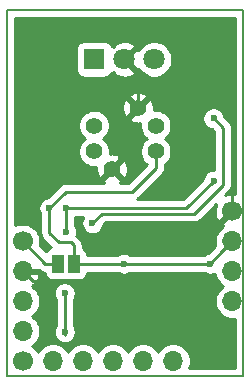
<source format=gbr>
%TF.GenerationSoftware,KiCad,Pcbnew,(5.1.7)-1*%
%TF.CreationDate,2021-03-22T16:24:13+01:00*%
%TF.ProjectId,PIR-Addon,5049522d-4164-4646-9f6e-2e6b69636164,rev?*%
%TF.SameCoordinates,Original*%
%TF.FileFunction,Copper,L2,Bot*%
%TF.FilePolarity,Positive*%
%FSLAX46Y46*%
G04 Gerber Fmt 4.6, Leading zero omitted, Abs format (unit mm)*
G04 Created by KiCad (PCBNEW (5.1.7)-1) date 2021-03-22 16:24:13*
%MOMM*%
%LPD*%
G01*
G04 APERTURE LIST*
%TA.AperFunction,Profile*%
%ADD10C,0.150000*%
%TD*%
%TA.AperFunction,ComponentPad*%
%ADD11C,1.400000*%
%TD*%
%TA.AperFunction,ComponentPad*%
%ADD12O,1.700000X1.700000*%
%TD*%
%TA.AperFunction,ComponentPad*%
%ADD13C,1.700000*%
%TD*%
%TA.AperFunction,SMDPad,CuDef*%
%ADD14R,1.000000X1.500000*%
%TD*%
%TA.AperFunction,ComponentPad*%
%ADD15R,1.800000X1.800000*%
%TD*%
%TA.AperFunction,ComponentPad*%
%ADD16C,1.800000*%
%TD*%
%TA.AperFunction,ViaPad*%
%ADD17C,0.600000*%
%TD*%
%TA.AperFunction,Conductor*%
%ADD18C,0.250000*%
%TD*%
%TA.AperFunction,Conductor*%
%ADD19C,0.254000*%
%TD*%
%TA.AperFunction,Conductor*%
%ADD20C,0.150000*%
%TD*%
G04 APERTURE END LIST*
D10*
X195000000Y-94000000D02*
X215000000Y-94000000D01*
X195000000Y-125000000D02*
X195000000Y-94000000D01*
X215000000Y-94000000D02*
X215000000Y-125000000D01*
X215000000Y-125000000D02*
X195000000Y-125000000D01*
D11*
%TO.P,A1,1*%
%TO.N,/SENS*%
X202400000Y-103800000D03*
%TO.P,A1,2*%
%TO.N,Net-(A1-Pad2)*%
X202400000Y-106000000D03*
%TO.P,A1,3*%
%TO.N,GND*%
X203900000Y-107500000D03*
%TO.P,A1,4*%
%TO.N,VCC*%
X207600000Y-106000000D03*
%TO.P,A1,5*%
%TO.N,/A2*%
X207600000Y-103800000D03*
%TO.P,A1,6*%
%TO.N,GND*%
X206100000Y-102300000D03*
%TD*%
D12*
%TO.P,P6,4*%
%TO.N,/D7*%
X214078500Y-118681500D03*
%TO.P,P6,3*%
%TO.N,/B1*%
X214078500Y-116141500D03*
%TO.P,P6,2*%
%TO.N,VCC*%
X214078500Y-113601500D03*
D13*
%TO.P,P6,1*%
%TO.N,GND*%
X214078500Y-111061500D03*
%TD*%
D12*
%TO.P,P2,6*%
%TO.N,/D6*%
X209078000Y-123738500D03*
%TO.P,P2,5*%
%TO.N,/D3*%
X206538000Y-123738500D03*
%TO.P,P2,4*%
%TO.N,/A5*%
X203998000Y-123738500D03*
%TO.P,P2,3*%
%TO.N,/A4*%
X201458000Y-123738500D03*
%TO.P,P2,2*%
%TO.N,/A3*%
X198918000Y-123738500D03*
D13*
%TO.P,P2,1*%
%TO.N,/A2*%
X196378000Y-123738500D03*
%TD*%
D12*
%TO.P,P1,4*%
%TO.N,/A1*%
X196358500Y-121221500D03*
%TO.P,P1,3*%
%TO.N,/A0*%
X196358500Y-118681500D03*
%TO.P,P1,2*%
%TO.N,GND*%
X196358500Y-116141500D03*
D13*
%TO.P,P1,1*%
%TO.N,/Vin*%
X196358500Y-113601500D03*
%TD*%
D14*
%TO.P,JP1,2*%
%TO.N,VCC*%
X200650000Y-115500000D03*
%TO.P,JP1,1*%
%TO.N,/Vin*%
X199350000Y-115500000D03*
%TD*%
D15*
%TO.P,D1,1*%
%TO.N,Net-(D1-Pad1)*%
X202400000Y-98200000D03*
D16*
%TO.P,D1,2*%
%TO.N,GND*%
X204940000Y-98200000D03*
%TO.P,D1,3*%
%TO.N,Net-(D1-Pad3)*%
X207480000Y-98200000D03*
%TD*%
D17*
%TO.N,/A4*%
X212500000Y-103200000D03*
%TO.N,/A5*%
X212500000Y-108500000D03*
%TO.N,VCC*%
X198600000Y-110800000D03*
%TO.N,/A5*%
X200000000Y-112800000D03*
X199900000Y-121300000D03*
X199900000Y-118000000D03*
%TO.N,VCC*%
X204900000Y-115500000D03*
X212200000Y-115500000D03*
%TO.N,GND*%
X210200000Y-96600000D03*
X205900000Y-114300000D03*
X205900000Y-117000000D03*
%TO.N,/A4*%
X202250000Y-112050000D03*
%TO.N,/A5*%
X200000000Y-110800000D03*
%TD*%
D18*
%TO.N,VCC*%
X213977000Y-113500000D02*
X214078500Y-113601500D01*
X213080000Y-114600000D02*
X214078500Y-113601500D01*
X212180000Y-115500000D02*
X214078500Y-113601500D01*
X200650000Y-115500000D02*
X212180000Y-115500000D01*
X198600000Y-112914998D02*
X199385002Y-113700000D01*
X198600000Y-110800000D02*
X198600000Y-112914998D01*
X199385002Y-113700000D02*
X200400000Y-113700000D01*
X200650000Y-113950000D02*
X200650000Y-115500000D01*
X200400000Y-113700000D02*
X200650000Y-113950000D01*
X198600000Y-110800000D02*
X200000000Y-109400000D01*
X200000000Y-109400000D02*
X205600000Y-109400000D01*
X207600000Y-107400000D02*
X207600000Y-106000000D01*
X205600000Y-109400000D02*
X207600000Y-107400000D01*
%TO.N,GND*%
X206100000Y-102300000D02*
X204500000Y-103900000D01*
X204500000Y-106900000D02*
X203900000Y-107500000D01*
X204500000Y-103900000D02*
X204500000Y-106900000D01*
X206100000Y-99360000D02*
X204940000Y-98200000D01*
X206100000Y-102300000D02*
X206100000Y-99360000D01*
X204940000Y-98200000D02*
X206540000Y-96600000D01*
X206540000Y-96600000D02*
X210200000Y-96600000D01*
X210200000Y-96600000D02*
X213300000Y-96600000D01*
X214078500Y-97378500D02*
X214078500Y-111061500D01*
X213300000Y-96600000D02*
X214078500Y-97378500D01*
X197217000Y-117000000D02*
X196358500Y-116141500D01*
X205900000Y-117000000D02*
X197217000Y-117000000D01*
%TO.N,/A4*%
X213300000Y-104000000D02*
X212500000Y-103200000D01*
X213300000Y-108800000D02*
X213300000Y-104000000D01*
X210849990Y-111250010D02*
X213300000Y-108800000D01*
X203049990Y-111250010D02*
X210849990Y-111250010D01*
X202250000Y-112050000D02*
X203049990Y-111250010D01*
%TO.N,/A5*%
X199900000Y-121500000D02*
X199900000Y-118000000D01*
X200000000Y-112800000D02*
X200000000Y-110800000D01*
X210200000Y-110800000D02*
X212500000Y-108500000D01*
X200000000Y-110800000D02*
X210200000Y-110800000D01*
%TO.N,/Vin*%
X198257000Y-115500000D02*
X199350000Y-115500000D01*
X196358500Y-113601500D02*
X198257000Y-115500000D01*
%TD*%
D19*
%TO.N,GND*%
X196485500Y-116014500D02*
X197678655Y-116014500D01*
X197684887Y-116002690D01*
X197693205Y-116011008D01*
X197716999Y-116040001D01*
X197745992Y-116063795D01*
X197745996Y-116063799D01*
X197785268Y-116096028D01*
X197832724Y-116134974D01*
X197964753Y-116205546D01*
X198108014Y-116249003D01*
X198212847Y-116259328D01*
X198224188Y-116374482D01*
X198260498Y-116494180D01*
X198319463Y-116604494D01*
X198398815Y-116701185D01*
X198495506Y-116780537D01*
X198605820Y-116839502D01*
X198725518Y-116875812D01*
X198850000Y-116888072D01*
X199850000Y-116888072D01*
X199974482Y-116875812D01*
X200000000Y-116868071D01*
X200025518Y-116875812D01*
X200150000Y-116888072D01*
X201150000Y-116888072D01*
X201274482Y-116875812D01*
X201394180Y-116839502D01*
X201504494Y-116780537D01*
X201601185Y-116701185D01*
X201680537Y-116604494D01*
X201739502Y-116494180D01*
X201775812Y-116374482D01*
X201787087Y-116260000D01*
X204354465Y-116260000D01*
X204457111Y-116328586D01*
X204627271Y-116399068D01*
X204807911Y-116435000D01*
X204992089Y-116435000D01*
X205172729Y-116399068D01*
X205342889Y-116328586D01*
X205445535Y-116260000D01*
X211654465Y-116260000D01*
X211757111Y-116328586D01*
X211927271Y-116399068D01*
X212107911Y-116435000D01*
X212292089Y-116435000D01*
X212472729Y-116399068D01*
X212604762Y-116344379D01*
X212650568Y-116574658D01*
X212762510Y-116844911D01*
X212925025Y-117088132D01*
X213131868Y-117294975D01*
X213306260Y-117411500D01*
X213131868Y-117528025D01*
X212925025Y-117734868D01*
X212762510Y-117978089D01*
X212650568Y-118248342D01*
X212593500Y-118535240D01*
X212593500Y-118827760D01*
X212650568Y-119114658D01*
X212762510Y-119384911D01*
X212925025Y-119628132D01*
X213131868Y-119834975D01*
X213375089Y-119997490D01*
X213645342Y-120109432D01*
X213932240Y-120166500D01*
X214224760Y-120166500D01*
X214290001Y-120153523D01*
X214290001Y-124290000D01*
X210456913Y-124290000D01*
X210505932Y-124171658D01*
X210563000Y-123884760D01*
X210563000Y-123592240D01*
X210505932Y-123305342D01*
X210393990Y-123035089D01*
X210231475Y-122791868D01*
X210024632Y-122585025D01*
X209781411Y-122422510D01*
X209511158Y-122310568D01*
X209224260Y-122253500D01*
X208931740Y-122253500D01*
X208644842Y-122310568D01*
X208374589Y-122422510D01*
X208131368Y-122585025D01*
X207924525Y-122791868D01*
X207808000Y-122966260D01*
X207691475Y-122791868D01*
X207484632Y-122585025D01*
X207241411Y-122422510D01*
X206971158Y-122310568D01*
X206684260Y-122253500D01*
X206391740Y-122253500D01*
X206104842Y-122310568D01*
X205834589Y-122422510D01*
X205591368Y-122585025D01*
X205384525Y-122791868D01*
X205268000Y-122966260D01*
X205151475Y-122791868D01*
X204944632Y-122585025D01*
X204701411Y-122422510D01*
X204431158Y-122310568D01*
X204144260Y-122253500D01*
X203851740Y-122253500D01*
X203564842Y-122310568D01*
X203294589Y-122422510D01*
X203051368Y-122585025D01*
X202844525Y-122791868D01*
X202728000Y-122966260D01*
X202611475Y-122791868D01*
X202404632Y-122585025D01*
X202161411Y-122422510D01*
X201891158Y-122310568D01*
X201604260Y-122253500D01*
X201311740Y-122253500D01*
X201024842Y-122310568D01*
X200754589Y-122422510D01*
X200511368Y-122585025D01*
X200304525Y-122791868D01*
X200188000Y-122966260D01*
X200071475Y-122791868D01*
X199864632Y-122585025D01*
X199621411Y-122422510D01*
X199351158Y-122310568D01*
X199064260Y-122253500D01*
X198771740Y-122253500D01*
X198484842Y-122310568D01*
X198214589Y-122422510D01*
X197971368Y-122585025D01*
X197764525Y-122791868D01*
X197648000Y-122966260D01*
X197531475Y-122791868D01*
X197324632Y-122585025D01*
X197157701Y-122473485D01*
X197305132Y-122374975D01*
X197511975Y-122168132D01*
X197674490Y-121924911D01*
X197786432Y-121654658D01*
X197843500Y-121367760D01*
X197843500Y-121075240D01*
X197786432Y-120788342D01*
X197674490Y-120518089D01*
X197511975Y-120274868D01*
X197305132Y-120068025D01*
X197130740Y-119951500D01*
X197305132Y-119834975D01*
X197511975Y-119628132D01*
X197674490Y-119384911D01*
X197786432Y-119114658D01*
X197843500Y-118827760D01*
X197843500Y-118535240D01*
X197786432Y-118248342D01*
X197674490Y-117978089D01*
X197627599Y-117907911D01*
X198965000Y-117907911D01*
X198965000Y-118092089D01*
X199000932Y-118272729D01*
X199071414Y-118442889D01*
X199140001Y-118545537D01*
X199140000Y-120754464D01*
X199071414Y-120857111D01*
X199000932Y-121027271D01*
X198965000Y-121207911D01*
X198965000Y-121392089D01*
X199000932Y-121572729D01*
X199071414Y-121742889D01*
X199173738Y-121896028D01*
X199303972Y-122026262D01*
X199457111Y-122128586D01*
X199486710Y-122140846D01*
X199607753Y-122205546D01*
X199751014Y-122249003D01*
X199900000Y-122263677D01*
X200048985Y-122249003D01*
X200192246Y-122205546D01*
X200313286Y-122140848D01*
X200342889Y-122128586D01*
X200496028Y-122026262D01*
X200626262Y-121896028D01*
X200728586Y-121742889D01*
X200799068Y-121572729D01*
X200835000Y-121392089D01*
X200835000Y-121207911D01*
X200799068Y-121027271D01*
X200728586Y-120857111D01*
X200660000Y-120754465D01*
X200660000Y-118545535D01*
X200728586Y-118442889D01*
X200799068Y-118272729D01*
X200835000Y-118092089D01*
X200835000Y-117907911D01*
X200799068Y-117727271D01*
X200728586Y-117557111D01*
X200626262Y-117403972D01*
X200496028Y-117273738D01*
X200342889Y-117171414D01*
X200172729Y-117100932D01*
X199992089Y-117065000D01*
X199807911Y-117065000D01*
X199627271Y-117100932D01*
X199457111Y-117171414D01*
X199303972Y-117273738D01*
X199173738Y-117403972D01*
X199071414Y-117557111D01*
X199000932Y-117727271D01*
X198965000Y-117907911D01*
X197627599Y-117907911D01*
X197511975Y-117734868D01*
X197305132Y-117528025D01*
X197122966Y-117406305D01*
X197239855Y-117336678D01*
X197456088Y-117141769D01*
X197630141Y-116908420D01*
X197755325Y-116645599D01*
X197799976Y-116498390D01*
X197678655Y-116268500D01*
X196485500Y-116268500D01*
X196485500Y-116288500D01*
X196231500Y-116288500D01*
X196231500Y-116268500D01*
X196211500Y-116268500D01*
X196211500Y-116014500D01*
X196231500Y-116014500D01*
X196231500Y-115994500D01*
X196485500Y-115994500D01*
X196485500Y-116014500D01*
%TA.AperFunction,Conductor*%
D20*
G36*
X196485500Y-116014500D02*
G01*
X197678655Y-116014500D01*
X197684887Y-116002690D01*
X197693205Y-116011008D01*
X197716999Y-116040001D01*
X197745992Y-116063795D01*
X197745996Y-116063799D01*
X197785268Y-116096028D01*
X197832724Y-116134974D01*
X197964753Y-116205546D01*
X198108014Y-116249003D01*
X198212847Y-116259328D01*
X198224188Y-116374482D01*
X198260498Y-116494180D01*
X198319463Y-116604494D01*
X198398815Y-116701185D01*
X198495506Y-116780537D01*
X198605820Y-116839502D01*
X198725518Y-116875812D01*
X198850000Y-116888072D01*
X199850000Y-116888072D01*
X199974482Y-116875812D01*
X200000000Y-116868071D01*
X200025518Y-116875812D01*
X200150000Y-116888072D01*
X201150000Y-116888072D01*
X201274482Y-116875812D01*
X201394180Y-116839502D01*
X201504494Y-116780537D01*
X201601185Y-116701185D01*
X201680537Y-116604494D01*
X201739502Y-116494180D01*
X201775812Y-116374482D01*
X201787087Y-116260000D01*
X204354465Y-116260000D01*
X204457111Y-116328586D01*
X204627271Y-116399068D01*
X204807911Y-116435000D01*
X204992089Y-116435000D01*
X205172729Y-116399068D01*
X205342889Y-116328586D01*
X205445535Y-116260000D01*
X211654465Y-116260000D01*
X211757111Y-116328586D01*
X211927271Y-116399068D01*
X212107911Y-116435000D01*
X212292089Y-116435000D01*
X212472729Y-116399068D01*
X212604762Y-116344379D01*
X212650568Y-116574658D01*
X212762510Y-116844911D01*
X212925025Y-117088132D01*
X213131868Y-117294975D01*
X213306260Y-117411500D01*
X213131868Y-117528025D01*
X212925025Y-117734868D01*
X212762510Y-117978089D01*
X212650568Y-118248342D01*
X212593500Y-118535240D01*
X212593500Y-118827760D01*
X212650568Y-119114658D01*
X212762510Y-119384911D01*
X212925025Y-119628132D01*
X213131868Y-119834975D01*
X213375089Y-119997490D01*
X213645342Y-120109432D01*
X213932240Y-120166500D01*
X214224760Y-120166500D01*
X214290001Y-120153523D01*
X214290001Y-124290000D01*
X210456913Y-124290000D01*
X210505932Y-124171658D01*
X210563000Y-123884760D01*
X210563000Y-123592240D01*
X210505932Y-123305342D01*
X210393990Y-123035089D01*
X210231475Y-122791868D01*
X210024632Y-122585025D01*
X209781411Y-122422510D01*
X209511158Y-122310568D01*
X209224260Y-122253500D01*
X208931740Y-122253500D01*
X208644842Y-122310568D01*
X208374589Y-122422510D01*
X208131368Y-122585025D01*
X207924525Y-122791868D01*
X207808000Y-122966260D01*
X207691475Y-122791868D01*
X207484632Y-122585025D01*
X207241411Y-122422510D01*
X206971158Y-122310568D01*
X206684260Y-122253500D01*
X206391740Y-122253500D01*
X206104842Y-122310568D01*
X205834589Y-122422510D01*
X205591368Y-122585025D01*
X205384525Y-122791868D01*
X205268000Y-122966260D01*
X205151475Y-122791868D01*
X204944632Y-122585025D01*
X204701411Y-122422510D01*
X204431158Y-122310568D01*
X204144260Y-122253500D01*
X203851740Y-122253500D01*
X203564842Y-122310568D01*
X203294589Y-122422510D01*
X203051368Y-122585025D01*
X202844525Y-122791868D01*
X202728000Y-122966260D01*
X202611475Y-122791868D01*
X202404632Y-122585025D01*
X202161411Y-122422510D01*
X201891158Y-122310568D01*
X201604260Y-122253500D01*
X201311740Y-122253500D01*
X201024842Y-122310568D01*
X200754589Y-122422510D01*
X200511368Y-122585025D01*
X200304525Y-122791868D01*
X200188000Y-122966260D01*
X200071475Y-122791868D01*
X199864632Y-122585025D01*
X199621411Y-122422510D01*
X199351158Y-122310568D01*
X199064260Y-122253500D01*
X198771740Y-122253500D01*
X198484842Y-122310568D01*
X198214589Y-122422510D01*
X197971368Y-122585025D01*
X197764525Y-122791868D01*
X197648000Y-122966260D01*
X197531475Y-122791868D01*
X197324632Y-122585025D01*
X197157701Y-122473485D01*
X197305132Y-122374975D01*
X197511975Y-122168132D01*
X197674490Y-121924911D01*
X197786432Y-121654658D01*
X197843500Y-121367760D01*
X197843500Y-121075240D01*
X197786432Y-120788342D01*
X197674490Y-120518089D01*
X197511975Y-120274868D01*
X197305132Y-120068025D01*
X197130740Y-119951500D01*
X197305132Y-119834975D01*
X197511975Y-119628132D01*
X197674490Y-119384911D01*
X197786432Y-119114658D01*
X197843500Y-118827760D01*
X197843500Y-118535240D01*
X197786432Y-118248342D01*
X197674490Y-117978089D01*
X197627599Y-117907911D01*
X198965000Y-117907911D01*
X198965000Y-118092089D01*
X199000932Y-118272729D01*
X199071414Y-118442889D01*
X199140001Y-118545537D01*
X199140000Y-120754464D01*
X199071414Y-120857111D01*
X199000932Y-121027271D01*
X198965000Y-121207911D01*
X198965000Y-121392089D01*
X199000932Y-121572729D01*
X199071414Y-121742889D01*
X199173738Y-121896028D01*
X199303972Y-122026262D01*
X199457111Y-122128586D01*
X199486710Y-122140846D01*
X199607753Y-122205546D01*
X199751014Y-122249003D01*
X199900000Y-122263677D01*
X200048985Y-122249003D01*
X200192246Y-122205546D01*
X200313286Y-122140848D01*
X200342889Y-122128586D01*
X200496028Y-122026262D01*
X200626262Y-121896028D01*
X200728586Y-121742889D01*
X200799068Y-121572729D01*
X200835000Y-121392089D01*
X200835000Y-121207911D01*
X200799068Y-121027271D01*
X200728586Y-120857111D01*
X200660000Y-120754465D01*
X200660000Y-118545535D01*
X200728586Y-118442889D01*
X200799068Y-118272729D01*
X200835000Y-118092089D01*
X200835000Y-117907911D01*
X200799068Y-117727271D01*
X200728586Y-117557111D01*
X200626262Y-117403972D01*
X200496028Y-117273738D01*
X200342889Y-117171414D01*
X200172729Y-117100932D01*
X199992089Y-117065000D01*
X199807911Y-117065000D01*
X199627271Y-117100932D01*
X199457111Y-117171414D01*
X199303972Y-117273738D01*
X199173738Y-117403972D01*
X199071414Y-117557111D01*
X199000932Y-117727271D01*
X198965000Y-117907911D01*
X197627599Y-117907911D01*
X197511975Y-117734868D01*
X197305132Y-117528025D01*
X197122966Y-117406305D01*
X197239855Y-117336678D01*
X197456088Y-117141769D01*
X197630141Y-116908420D01*
X197755325Y-116645599D01*
X197799976Y-116498390D01*
X197678655Y-116268500D01*
X196485500Y-116268500D01*
X196485500Y-116288500D01*
X196231500Y-116288500D01*
X196231500Y-116268500D01*
X196211500Y-116268500D01*
X196211500Y-116014500D01*
X196231500Y-116014500D01*
X196231500Y-115994500D01*
X196485500Y-115994500D01*
X196485500Y-116014500D01*
G37*
%TD.AperFunction*%
D19*
X212675129Y-110554383D02*
X212603161Y-110837911D01*
X212587889Y-111130031D01*
X212629901Y-111419519D01*
X212727581Y-111695247D01*
X212801028Y-111832657D01*
X213050103Y-111910292D01*
X213898895Y-111061500D01*
X213884753Y-111047358D01*
X214064358Y-110867753D01*
X214078500Y-110881895D01*
X214092643Y-110867753D01*
X214272248Y-111047358D01*
X214258105Y-111061500D01*
X214272248Y-111075643D01*
X214092643Y-111255248D01*
X214078500Y-111241105D01*
X213229708Y-112089897D01*
X213305229Y-112332189D01*
X213131868Y-112448025D01*
X212925025Y-112654868D01*
X212762510Y-112898089D01*
X212650568Y-113168342D01*
X212593500Y-113455240D01*
X212593500Y-113747760D01*
X212637290Y-113967908D01*
X212023385Y-114581813D01*
X211927271Y-114600932D01*
X211757111Y-114671414D01*
X211654465Y-114740000D01*
X205445535Y-114740000D01*
X205342889Y-114671414D01*
X205172729Y-114600932D01*
X204992089Y-114565000D01*
X204807911Y-114565000D01*
X204627271Y-114600932D01*
X204457111Y-114671414D01*
X204354465Y-114740000D01*
X201787087Y-114740000D01*
X201775812Y-114625518D01*
X201739502Y-114505820D01*
X201680537Y-114395506D01*
X201601185Y-114298815D01*
X201504494Y-114219463D01*
X201410000Y-114168954D01*
X201410000Y-113987322D01*
X201413676Y-113949999D01*
X201410000Y-113912676D01*
X201410000Y-113912667D01*
X201399003Y-113801014D01*
X201355546Y-113657753D01*
X201284974Y-113525724D01*
X201190001Y-113409999D01*
X201161003Y-113386201D01*
X200963803Y-113189002D01*
X200940001Y-113159999D01*
X200882475Y-113112789D01*
X200899068Y-113072729D01*
X200935000Y-112892089D01*
X200935000Y-112707911D01*
X200899068Y-112527271D01*
X200828586Y-112357111D01*
X200760000Y-112254465D01*
X200760000Y-111560000D01*
X201452892Y-111560000D01*
X201421414Y-111607111D01*
X201350932Y-111777271D01*
X201315000Y-111957911D01*
X201315000Y-112142089D01*
X201350932Y-112322729D01*
X201421414Y-112492889D01*
X201523738Y-112646028D01*
X201653972Y-112776262D01*
X201807111Y-112878586D01*
X201977271Y-112949068D01*
X202157911Y-112985000D01*
X202342089Y-112985000D01*
X202522729Y-112949068D01*
X202692889Y-112878586D01*
X202846028Y-112776262D01*
X202976262Y-112646028D01*
X203078586Y-112492889D01*
X203149068Y-112322729D01*
X203173153Y-112201649D01*
X203364792Y-112010010D01*
X210812668Y-112010010D01*
X210849990Y-112013686D01*
X210887312Y-112010010D01*
X210887323Y-112010010D01*
X210998976Y-111999013D01*
X211142237Y-111955556D01*
X211274266Y-111884984D01*
X211389991Y-111790011D01*
X211413794Y-111761007D01*
X212724991Y-110449811D01*
X212675129Y-110554383D01*
%TA.AperFunction,Conductor*%
D20*
G36*
X212675129Y-110554383D02*
G01*
X212603161Y-110837911D01*
X212587889Y-111130031D01*
X212629901Y-111419519D01*
X212727581Y-111695247D01*
X212801028Y-111832657D01*
X213050103Y-111910292D01*
X213898895Y-111061500D01*
X213884753Y-111047358D01*
X214064358Y-110867753D01*
X214078500Y-110881895D01*
X214092643Y-110867753D01*
X214272248Y-111047358D01*
X214258105Y-111061500D01*
X214272248Y-111075643D01*
X214092643Y-111255248D01*
X214078500Y-111241105D01*
X213229708Y-112089897D01*
X213305229Y-112332189D01*
X213131868Y-112448025D01*
X212925025Y-112654868D01*
X212762510Y-112898089D01*
X212650568Y-113168342D01*
X212593500Y-113455240D01*
X212593500Y-113747760D01*
X212637290Y-113967908D01*
X212023385Y-114581813D01*
X211927271Y-114600932D01*
X211757111Y-114671414D01*
X211654465Y-114740000D01*
X205445535Y-114740000D01*
X205342889Y-114671414D01*
X205172729Y-114600932D01*
X204992089Y-114565000D01*
X204807911Y-114565000D01*
X204627271Y-114600932D01*
X204457111Y-114671414D01*
X204354465Y-114740000D01*
X201787087Y-114740000D01*
X201775812Y-114625518D01*
X201739502Y-114505820D01*
X201680537Y-114395506D01*
X201601185Y-114298815D01*
X201504494Y-114219463D01*
X201410000Y-114168954D01*
X201410000Y-113987322D01*
X201413676Y-113949999D01*
X201410000Y-113912676D01*
X201410000Y-113912667D01*
X201399003Y-113801014D01*
X201355546Y-113657753D01*
X201284974Y-113525724D01*
X201190001Y-113409999D01*
X201161003Y-113386201D01*
X200963803Y-113189002D01*
X200940001Y-113159999D01*
X200882475Y-113112789D01*
X200899068Y-113072729D01*
X200935000Y-112892089D01*
X200935000Y-112707911D01*
X200899068Y-112527271D01*
X200828586Y-112357111D01*
X200760000Y-112254465D01*
X200760000Y-111560000D01*
X201452892Y-111560000D01*
X201421414Y-111607111D01*
X201350932Y-111777271D01*
X201315000Y-111957911D01*
X201315000Y-112142089D01*
X201350932Y-112322729D01*
X201421414Y-112492889D01*
X201523738Y-112646028D01*
X201653972Y-112776262D01*
X201807111Y-112878586D01*
X201977271Y-112949068D01*
X202157911Y-112985000D01*
X202342089Y-112985000D01*
X202522729Y-112949068D01*
X202692889Y-112878586D01*
X202846028Y-112776262D01*
X202976262Y-112646028D01*
X203078586Y-112492889D01*
X203149068Y-112322729D01*
X203173153Y-112201649D01*
X203364792Y-112010010D01*
X210812668Y-112010010D01*
X210849990Y-112013686D01*
X210887312Y-112010010D01*
X210887323Y-112010010D01*
X210998976Y-111999013D01*
X211142237Y-111955556D01*
X211274266Y-111884984D01*
X211389991Y-111790011D01*
X211413794Y-111761007D01*
X212724991Y-110449811D01*
X212675129Y-110554383D01*
G37*
%TD.AperFunction*%
D19*
X214290001Y-109585529D02*
X214009969Y-109570889D01*
X213720481Y-109612901D01*
X213474901Y-109699901D01*
X213811004Y-109363798D01*
X213840001Y-109340001D01*
X213934974Y-109224276D01*
X214005546Y-109092247D01*
X214049003Y-108948986D01*
X214060000Y-108837333D01*
X214060000Y-108837324D01*
X214063676Y-108800001D01*
X214060000Y-108762678D01*
X214060000Y-104037323D01*
X214063676Y-104000000D01*
X214060000Y-103962677D01*
X214060000Y-103962667D01*
X214049003Y-103851014D01*
X214005546Y-103707753D01*
X213934974Y-103575724D01*
X213840001Y-103459999D01*
X213811002Y-103436201D01*
X213423153Y-103048351D01*
X213399068Y-102927271D01*
X213328586Y-102757111D01*
X213226262Y-102603972D01*
X213096028Y-102473738D01*
X212942889Y-102371414D01*
X212772729Y-102300932D01*
X212592089Y-102265000D01*
X212407911Y-102265000D01*
X212227271Y-102300932D01*
X212057111Y-102371414D01*
X211903972Y-102473738D01*
X211773738Y-102603972D01*
X211671414Y-102757111D01*
X211600932Y-102927271D01*
X211565000Y-103107911D01*
X211565000Y-103292089D01*
X211600932Y-103472729D01*
X211671414Y-103642889D01*
X211773738Y-103796028D01*
X211903972Y-103926262D01*
X212057111Y-104028586D01*
X212227271Y-104099068D01*
X212348351Y-104123153D01*
X212540001Y-104314803D01*
X212540000Y-107565000D01*
X212407911Y-107565000D01*
X212227271Y-107600932D01*
X212057111Y-107671414D01*
X211903972Y-107773738D01*
X211773738Y-107903972D01*
X211671414Y-108057111D01*
X211600932Y-108227271D01*
X211576847Y-108348351D01*
X209885199Y-110040000D01*
X206014873Y-110040000D01*
X206024276Y-110034974D01*
X206140001Y-109940001D01*
X206163804Y-109910997D01*
X208111004Y-107963798D01*
X208140001Y-107940001D01*
X208201531Y-107865027D01*
X208234974Y-107824277D01*
X208305546Y-107692247D01*
X208309381Y-107679605D01*
X208349003Y-107548986D01*
X208360000Y-107437333D01*
X208360000Y-107437324D01*
X208363676Y-107400001D01*
X208360000Y-107362678D01*
X208360000Y-107097775D01*
X208451013Y-107036962D01*
X208636962Y-106851013D01*
X208783061Y-106632359D01*
X208883696Y-106389405D01*
X208935000Y-106131486D01*
X208935000Y-105868514D01*
X208883696Y-105610595D01*
X208783061Y-105367641D01*
X208636962Y-105148987D01*
X208451013Y-104963038D01*
X208356669Y-104900000D01*
X208451013Y-104836962D01*
X208636962Y-104651013D01*
X208783061Y-104432359D01*
X208883696Y-104189405D01*
X208935000Y-103931486D01*
X208935000Y-103668514D01*
X208883696Y-103410595D01*
X208783061Y-103167641D01*
X208636962Y-102948987D01*
X208451013Y-102763038D01*
X208232359Y-102616939D01*
X207989405Y-102516304D01*
X207731486Y-102465000D01*
X207468514Y-102465000D01*
X207428839Y-102472892D01*
X207439390Y-102225527D01*
X207399125Y-101965656D01*
X207308935Y-101718634D01*
X207255037Y-101617797D01*
X207021269Y-101558336D01*
X206279605Y-102300000D01*
X206293748Y-102314143D01*
X206114143Y-102493748D01*
X206100000Y-102479605D01*
X205358336Y-103221269D01*
X205417797Y-103455037D01*
X205656242Y-103565934D01*
X205911740Y-103628183D01*
X206174473Y-103639390D01*
X206273856Y-103623991D01*
X206265000Y-103668514D01*
X206265000Y-103931486D01*
X206316304Y-104189405D01*
X206416939Y-104432359D01*
X206563038Y-104651013D01*
X206748987Y-104836962D01*
X206843331Y-104900000D01*
X206748987Y-104963038D01*
X206563038Y-105148987D01*
X206416939Y-105367641D01*
X206316304Y-105610595D01*
X206265000Y-105868514D01*
X206265000Y-106131486D01*
X206316304Y-106389405D01*
X206416939Y-106632359D01*
X206563038Y-106851013D01*
X206748987Y-107036962D01*
X206832461Y-107092737D01*
X205285199Y-108640000D01*
X204586028Y-108640000D01*
X204641664Y-108421269D01*
X203900000Y-107679605D01*
X203158336Y-108421269D01*
X203213972Y-108640000D01*
X200037322Y-108640000D01*
X200000000Y-108636324D01*
X199962677Y-108640000D01*
X199962667Y-108640000D01*
X199851014Y-108650997D01*
X199707753Y-108694454D01*
X199575723Y-108765026D01*
X199498767Y-108828183D01*
X199459999Y-108859999D01*
X199436201Y-108888997D01*
X198448351Y-109876847D01*
X198327271Y-109900932D01*
X198157111Y-109971414D01*
X198003972Y-110073738D01*
X197873738Y-110203972D01*
X197771414Y-110357111D01*
X197700932Y-110527271D01*
X197665000Y-110707911D01*
X197665000Y-110892089D01*
X197700932Y-111072729D01*
X197771414Y-111242889D01*
X197840000Y-111345536D01*
X197840001Y-112877666D01*
X197836324Y-112914998D01*
X197850998Y-113063983D01*
X197894454Y-113207244D01*
X197965026Y-113339274D01*
X198021226Y-113407753D01*
X198060000Y-113454999D01*
X198088997Y-113478797D01*
X198733592Y-114123393D01*
X198725518Y-114124188D01*
X198605820Y-114160498D01*
X198495506Y-114219463D01*
X198398815Y-114298815D01*
X198319463Y-114395506D01*
X198287363Y-114455560D01*
X197799710Y-113967908D01*
X197843500Y-113747760D01*
X197843500Y-113455240D01*
X197786432Y-113168342D01*
X197674490Y-112898089D01*
X197511975Y-112654868D01*
X197305132Y-112448025D01*
X197061911Y-112285510D01*
X196791658Y-112173568D01*
X196504760Y-112116500D01*
X196212240Y-112116500D01*
X195925342Y-112173568D01*
X195710000Y-112262765D01*
X195710000Y-103668514D01*
X201065000Y-103668514D01*
X201065000Y-103931486D01*
X201116304Y-104189405D01*
X201216939Y-104432359D01*
X201363038Y-104651013D01*
X201548987Y-104836962D01*
X201643331Y-104900000D01*
X201548987Y-104963038D01*
X201363038Y-105148987D01*
X201216939Y-105367641D01*
X201116304Y-105610595D01*
X201065000Y-105868514D01*
X201065000Y-106131486D01*
X201116304Y-106389405D01*
X201216939Y-106632359D01*
X201363038Y-106851013D01*
X201548987Y-107036962D01*
X201767641Y-107183061D01*
X202010595Y-107283696D01*
X202268514Y-107335000D01*
X202531486Y-107335000D01*
X202571161Y-107327108D01*
X202560610Y-107574473D01*
X202600875Y-107834344D01*
X202691065Y-108081366D01*
X202744963Y-108182203D01*
X202978731Y-108241664D01*
X203720395Y-107500000D01*
X204079605Y-107500000D01*
X204821269Y-108241664D01*
X205055037Y-108182203D01*
X205165934Y-107943758D01*
X205228183Y-107688260D01*
X205239390Y-107425527D01*
X205199125Y-107165656D01*
X205108935Y-106918634D01*
X205055037Y-106817797D01*
X204821269Y-106758336D01*
X204079605Y-107500000D01*
X203720395Y-107500000D01*
X203706253Y-107485858D01*
X203885858Y-107306253D01*
X203900000Y-107320395D01*
X204641664Y-106578731D01*
X204582203Y-106344963D01*
X204343758Y-106234066D01*
X204088260Y-106171817D01*
X203825527Y-106160610D01*
X203726144Y-106176009D01*
X203735000Y-106131486D01*
X203735000Y-105868514D01*
X203683696Y-105610595D01*
X203583061Y-105367641D01*
X203436962Y-105148987D01*
X203251013Y-104963038D01*
X203156669Y-104900000D01*
X203251013Y-104836962D01*
X203436962Y-104651013D01*
X203583061Y-104432359D01*
X203683696Y-104189405D01*
X203735000Y-103931486D01*
X203735000Y-103668514D01*
X203683696Y-103410595D01*
X203583061Y-103167641D01*
X203436962Y-102948987D01*
X203251013Y-102763038D01*
X203032359Y-102616939D01*
X202789405Y-102516304D01*
X202531486Y-102465000D01*
X202268514Y-102465000D01*
X202010595Y-102516304D01*
X201767641Y-102616939D01*
X201548987Y-102763038D01*
X201363038Y-102948987D01*
X201216939Y-103167641D01*
X201116304Y-103410595D01*
X201065000Y-103668514D01*
X195710000Y-103668514D01*
X195710000Y-102374473D01*
X204760610Y-102374473D01*
X204800875Y-102634344D01*
X204891065Y-102881366D01*
X204944963Y-102982203D01*
X205178731Y-103041664D01*
X205920395Y-102300000D01*
X205178731Y-101558336D01*
X204944963Y-101617797D01*
X204834066Y-101856242D01*
X204771817Y-102111740D01*
X204760610Y-102374473D01*
X195710000Y-102374473D01*
X195710000Y-101378731D01*
X205358336Y-101378731D01*
X206100000Y-102120395D01*
X206841664Y-101378731D01*
X206782203Y-101144963D01*
X206543758Y-101034066D01*
X206288260Y-100971817D01*
X206025527Y-100960610D01*
X205765656Y-101000875D01*
X205518634Y-101091065D01*
X205417797Y-101144963D01*
X205358336Y-101378731D01*
X195710000Y-101378731D01*
X195710000Y-97300000D01*
X200861928Y-97300000D01*
X200861928Y-99100000D01*
X200874188Y-99224482D01*
X200910498Y-99344180D01*
X200969463Y-99454494D01*
X201048815Y-99551185D01*
X201145506Y-99630537D01*
X201255820Y-99689502D01*
X201375518Y-99725812D01*
X201500000Y-99738072D01*
X203300000Y-99738072D01*
X203424482Y-99725812D01*
X203544180Y-99689502D01*
X203654494Y-99630537D01*
X203751185Y-99551185D01*
X203830537Y-99454494D01*
X203889502Y-99344180D01*
X203892813Y-99333265D01*
X203939578Y-99380030D01*
X204055526Y-99264082D01*
X204139208Y-99518261D01*
X204411775Y-99649158D01*
X204704642Y-99724365D01*
X205006553Y-99740991D01*
X205305907Y-99698397D01*
X205591199Y-99598222D01*
X205740792Y-99518261D01*
X205824475Y-99264080D01*
X204940000Y-98379605D01*
X204925858Y-98393748D01*
X204746253Y-98214143D01*
X204760395Y-98200000D01*
X205119605Y-98200000D01*
X206004080Y-99084475D01*
X206185049Y-99024895D01*
X206287688Y-99178505D01*
X206501495Y-99392312D01*
X206752905Y-99560299D01*
X207032257Y-99676011D01*
X207328816Y-99735000D01*
X207631184Y-99735000D01*
X207927743Y-99676011D01*
X208207095Y-99560299D01*
X208458505Y-99392312D01*
X208672312Y-99178505D01*
X208840299Y-98927095D01*
X208956011Y-98647743D01*
X209015000Y-98351184D01*
X209015000Y-98048816D01*
X208956011Y-97752257D01*
X208840299Y-97472905D01*
X208672312Y-97221495D01*
X208458505Y-97007688D01*
X208207095Y-96839701D01*
X207927743Y-96723989D01*
X207631184Y-96665000D01*
X207328816Y-96665000D01*
X207032257Y-96723989D01*
X206752905Y-96839701D01*
X206501495Y-97007688D01*
X206287688Y-97221495D01*
X206185049Y-97375105D01*
X206004080Y-97315525D01*
X205119605Y-98200000D01*
X204760395Y-98200000D01*
X204746253Y-98185858D01*
X204925858Y-98006253D01*
X204940000Y-98020395D01*
X205824475Y-97135920D01*
X205740792Y-96881739D01*
X205468225Y-96750842D01*
X205175358Y-96675635D01*
X204873447Y-96659009D01*
X204574093Y-96701603D01*
X204288801Y-96801778D01*
X204139208Y-96881739D01*
X204055526Y-97135918D01*
X203939578Y-97019970D01*
X203892813Y-97066735D01*
X203889502Y-97055820D01*
X203830537Y-96945506D01*
X203751185Y-96848815D01*
X203654494Y-96769463D01*
X203544180Y-96710498D01*
X203424482Y-96674188D01*
X203300000Y-96661928D01*
X201500000Y-96661928D01*
X201375518Y-96674188D01*
X201255820Y-96710498D01*
X201145506Y-96769463D01*
X201048815Y-96848815D01*
X200969463Y-96945506D01*
X200910498Y-97055820D01*
X200874188Y-97175518D01*
X200861928Y-97300000D01*
X195710000Y-97300000D01*
X195710000Y-94710000D01*
X214290000Y-94710000D01*
X214290001Y-109585529D01*
%TA.AperFunction,Conductor*%
D20*
G36*
X214290001Y-109585529D02*
G01*
X214009969Y-109570889D01*
X213720481Y-109612901D01*
X213474901Y-109699901D01*
X213811004Y-109363798D01*
X213840001Y-109340001D01*
X213934974Y-109224276D01*
X214005546Y-109092247D01*
X214049003Y-108948986D01*
X214060000Y-108837333D01*
X214060000Y-108837324D01*
X214063676Y-108800001D01*
X214060000Y-108762678D01*
X214060000Y-104037323D01*
X214063676Y-104000000D01*
X214060000Y-103962677D01*
X214060000Y-103962667D01*
X214049003Y-103851014D01*
X214005546Y-103707753D01*
X213934974Y-103575724D01*
X213840001Y-103459999D01*
X213811002Y-103436201D01*
X213423153Y-103048351D01*
X213399068Y-102927271D01*
X213328586Y-102757111D01*
X213226262Y-102603972D01*
X213096028Y-102473738D01*
X212942889Y-102371414D01*
X212772729Y-102300932D01*
X212592089Y-102265000D01*
X212407911Y-102265000D01*
X212227271Y-102300932D01*
X212057111Y-102371414D01*
X211903972Y-102473738D01*
X211773738Y-102603972D01*
X211671414Y-102757111D01*
X211600932Y-102927271D01*
X211565000Y-103107911D01*
X211565000Y-103292089D01*
X211600932Y-103472729D01*
X211671414Y-103642889D01*
X211773738Y-103796028D01*
X211903972Y-103926262D01*
X212057111Y-104028586D01*
X212227271Y-104099068D01*
X212348351Y-104123153D01*
X212540001Y-104314803D01*
X212540000Y-107565000D01*
X212407911Y-107565000D01*
X212227271Y-107600932D01*
X212057111Y-107671414D01*
X211903972Y-107773738D01*
X211773738Y-107903972D01*
X211671414Y-108057111D01*
X211600932Y-108227271D01*
X211576847Y-108348351D01*
X209885199Y-110040000D01*
X206014873Y-110040000D01*
X206024276Y-110034974D01*
X206140001Y-109940001D01*
X206163804Y-109910997D01*
X208111004Y-107963798D01*
X208140001Y-107940001D01*
X208201531Y-107865027D01*
X208234974Y-107824277D01*
X208305546Y-107692247D01*
X208309381Y-107679605D01*
X208349003Y-107548986D01*
X208360000Y-107437333D01*
X208360000Y-107437324D01*
X208363676Y-107400001D01*
X208360000Y-107362678D01*
X208360000Y-107097775D01*
X208451013Y-107036962D01*
X208636962Y-106851013D01*
X208783061Y-106632359D01*
X208883696Y-106389405D01*
X208935000Y-106131486D01*
X208935000Y-105868514D01*
X208883696Y-105610595D01*
X208783061Y-105367641D01*
X208636962Y-105148987D01*
X208451013Y-104963038D01*
X208356669Y-104900000D01*
X208451013Y-104836962D01*
X208636962Y-104651013D01*
X208783061Y-104432359D01*
X208883696Y-104189405D01*
X208935000Y-103931486D01*
X208935000Y-103668514D01*
X208883696Y-103410595D01*
X208783061Y-103167641D01*
X208636962Y-102948987D01*
X208451013Y-102763038D01*
X208232359Y-102616939D01*
X207989405Y-102516304D01*
X207731486Y-102465000D01*
X207468514Y-102465000D01*
X207428839Y-102472892D01*
X207439390Y-102225527D01*
X207399125Y-101965656D01*
X207308935Y-101718634D01*
X207255037Y-101617797D01*
X207021269Y-101558336D01*
X206279605Y-102300000D01*
X206293748Y-102314143D01*
X206114143Y-102493748D01*
X206100000Y-102479605D01*
X205358336Y-103221269D01*
X205417797Y-103455037D01*
X205656242Y-103565934D01*
X205911740Y-103628183D01*
X206174473Y-103639390D01*
X206273856Y-103623991D01*
X206265000Y-103668514D01*
X206265000Y-103931486D01*
X206316304Y-104189405D01*
X206416939Y-104432359D01*
X206563038Y-104651013D01*
X206748987Y-104836962D01*
X206843331Y-104900000D01*
X206748987Y-104963038D01*
X206563038Y-105148987D01*
X206416939Y-105367641D01*
X206316304Y-105610595D01*
X206265000Y-105868514D01*
X206265000Y-106131486D01*
X206316304Y-106389405D01*
X206416939Y-106632359D01*
X206563038Y-106851013D01*
X206748987Y-107036962D01*
X206832461Y-107092737D01*
X205285199Y-108640000D01*
X204586028Y-108640000D01*
X204641664Y-108421269D01*
X203900000Y-107679605D01*
X203158336Y-108421269D01*
X203213972Y-108640000D01*
X200037322Y-108640000D01*
X200000000Y-108636324D01*
X199962677Y-108640000D01*
X199962667Y-108640000D01*
X199851014Y-108650997D01*
X199707753Y-108694454D01*
X199575723Y-108765026D01*
X199498767Y-108828183D01*
X199459999Y-108859999D01*
X199436201Y-108888997D01*
X198448351Y-109876847D01*
X198327271Y-109900932D01*
X198157111Y-109971414D01*
X198003972Y-110073738D01*
X197873738Y-110203972D01*
X197771414Y-110357111D01*
X197700932Y-110527271D01*
X197665000Y-110707911D01*
X197665000Y-110892089D01*
X197700932Y-111072729D01*
X197771414Y-111242889D01*
X197840000Y-111345536D01*
X197840001Y-112877666D01*
X197836324Y-112914998D01*
X197850998Y-113063983D01*
X197894454Y-113207244D01*
X197965026Y-113339274D01*
X198021226Y-113407753D01*
X198060000Y-113454999D01*
X198088997Y-113478797D01*
X198733592Y-114123393D01*
X198725518Y-114124188D01*
X198605820Y-114160498D01*
X198495506Y-114219463D01*
X198398815Y-114298815D01*
X198319463Y-114395506D01*
X198287363Y-114455560D01*
X197799710Y-113967908D01*
X197843500Y-113747760D01*
X197843500Y-113455240D01*
X197786432Y-113168342D01*
X197674490Y-112898089D01*
X197511975Y-112654868D01*
X197305132Y-112448025D01*
X197061911Y-112285510D01*
X196791658Y-112173568D01*
X196504760Y-112116500D01*
X196212240Y-112116500D01*
X195925342Y-112173568D01*
X195710000Y-112262765D01*
X195710000Y-103668514D01*
X201065000Y-103668514D01*
X201065000Y-103931486D01*
X201116304Y-104189405D01*
X201216939Y-104432359D01*
X201363038Y-104651013D01*
X201548987Y-104836962D01*
X201643331Y-104900000D01*
X201548987Y-104963038D01*
X201363038Y-105148987D01*
X201216939Y-105367641D01*
X201116304Y-105610595D01*
X201065000Y-105868514D01*
X201065000Y-106131486D01*
X201116304Y-106389405D01*
X201216939Y-106632359D01*
X201363038Y-106851013D01*
X201548987Y-107036962D01*
X201767641Y-107183061D01*
X202010595Y-107283696D01*
X202268514Y-107335000D01*
X202531486Y-107335000D01*
X202571161Y-107327108D01*
X202560610Y-107574473D01*
X202600875Y-107834344D01*
X202691065Y-108081366D01*
X202744963Y-108182203D01*
X202978731Y-108241664D01*
X203720395Y-107500000D01*
X204079605Y-107500000D01*
X204821269Y-108241664D01*
X205055037Y-108182203D01*
X205165934Y-107943758D01*
X205228183Y-107688260D01*
X205239390Y-107425527D01*
X205199125Y-107165656D01*
X205108935Y-106918634D01*
X205055037Y-106817797D01*
X204821269Y-106758336D01*
X204079605Y-107500000D01*
X203720395Y-107500000D01*
X203706253Y-107485858D01*
X203885858Y-107306253D01*
X203900000Y-107320395D01*
X204641664Y-106578731D01*
X204582203Y-106344963D01*
X204343758Y-106234066D01*
X204088260Y-106171817D01*
X203825527Y-106160610D01*
X203726144Y-106176009D01*
X203735000Y-106131486D01*
X203735000Y-105868514D01*
X203683696Y-105610595D01*
X203583061Y-105367641D01*
X203436962Y-105148987D01*
X203251013Y-104963038D01*
X203156669Y-104900000D01*
X203251013Y-104836962D01*
X203436962Y-104651013D01*
X203583061Y-104432359D01*
X203683696Y-104189405D01*
X203735000Y-103931486D01*
X203735000Y-103668514D01*
X203683696Y-103410595D01*
X203583061Y-103167641D01*
X203436962Y-102948987D01*
X203251013Y-102763038D01*
X203032359Y-102616939D01*
X202789405Y-102516304D01*
X202531486Y-102465000D01*
X202268514Y-102465000D01*
X202010595Y-102516304D01*
X201767641Y-102616939D01*
X201548987Y-102763038D01*
X201363038Y-102948987D01*
X201216939Y-103167641D01*
X201116304Y-103410595D01*
X201065000Y-103668514D01*
X195710000Y-103668514D01*
X195710000Y-102374473D01*
X204760610Y-102374473D01*
X204800875Y-102634344D01*
X204891065Y-102881366D01*
X204944963Y-102982203D01*
X205178731Y-103041664D01*
X205920395Y-102300000D01*
X205178731Y-101558336D01*
X204944963Y-101617797D01*
X204834066Y-101856242D01*
X204771817Y-102111740D01*
X204760610Y-102374473D01*
X195710000Y-102374473D01*
X195710000Y-101378731D01*
X205358336Y-101378731D01*
X206100000Y-102120395D01*
X206841664Y-101378731D01*
X206782203Y-101144963D01*
X206543758Y-101034066D01*
X206288260Y-100971817D01*
X206025527Y-100960610D01*
X205765656Y-101000875D01*
X205518634Y-101091065D01*
X205417797Y-101144963D01*
X205358336Y-101378731D01*
X195710000Y-101378731D01*
X195710000Y-97300000D01*
X200861928Y-97300000D01*
X200861928Y-99100000D01*
X200874188Y-99224482D01*
X200910498Y-99344180D01*
X200969463Y-99454494D01*
X201048815Y-99551185D01*
X201145506Y-99630537D01*
X201255820Y-99689502D01*
X201375518Y-99725812D01*
X201500000Y-99738072D01*
X203300000Y-99738072D01*
X203424482Y-99725812D01*
X203544180Y-99689502D01*
X203654494Y-99630537D01*
X203751185Y-99551185D01*
X203830537Y-99454494D01*
X203889502Y-99344180D01*
X203892813Y-99333265D01*
X203939578Y-99380030D01*
X204055526Y-99264082D01*
X204139208Y-99518261D01*
X204411775Y-99649158D01*
X204704642Y-99724365D01*
X205006553Y-99740991D01*
X205305907Y-99698397D01*
X205591199Y-99598222D01*
X205740792Y-99518261D01*
X205824475Y-99264080D01*
X204940000Y-98379605D01*
X204925858Y-98393748D01*
X204746253Y-98214143D01*
X204760395Y-98200000D01*
X205119605Y-98200000D01*
X206004080Y-99084475D01*
X206185049Y-99024895D01*
X206287688Y-99178505D01*
X206501495Y-99392312D01*
X206752905Y-99560299D01*
X207032257Y-99676011D01*
X207328816Y-99735000D01*
X207631184Y-99735000D01*
X207927743Y-99676011D01*
X208207095Y-99560299D01*
X208458505Y-99392312D01*
X208672312Y-99178505D01*
X208840299Y-98927095D01*
X208956011Y-98647743D01*
X209015000Y-98351184D01*
X209015000Y-98048816D01*
X208956011Y-97752257D01*
X208840299Y-97472905D01*
X208672312Y-97221495D01*
X208458505Y-97007688D01*
X208207095Y-96839701D01*
X207927743Y-96723989D01*
X207631184Y-96665000D01*
X207328816Y-96665000D01*
X207032257Y-96723989D01*
X206752905Y-96839701D01*
X206501495Y-97007688D01*
X206287688Y-97221495D01*
X206185049Y-97375105D01*
X206004080Y-97315525D01*
X205119605Y-98200000D01*
X204760395Y-98200000D01*
X204746253Y-98185858D01*
X204925858Y-98006253D01*
X204940000Y-98020395D01*
X205824475Y-97135920D01*
X205740792Y-96881739D01*
X205468225Y-96750842D01*
X205175358Y-96675635D01*
X204873447Y-96659009D01*
X204574093Y-96701603D01*
X204288801Y-96801778D01*
X204139208Y-96881739D01*
X204055526Y-97135918D01*
X203939578Y-97019970D01*
X203892813Y-97066735D01*
X203889502Y-97055820D01*
X203830537Y-96945506D01*
X203751185Y-96848815D01*
X203654494Y-96769463D01*
X203544180Y-96710498D01*
X203424482Y-96674188D01*
X203300000Y-96661928D01*
X201500000Y-96661928D01*
X201375518Y-96674188D01*
X201255820Y-96710498D01*
X201145506Y-96769463D01*
X201048815Y-96848815D01*
X200969463Y-96945506D01*
X200910498Y-97055820D01*
X200874188Y-97175518D01*
X200861928Y-97300000D01*
X195710000Y-97300000D01*
X195710000Y-94710000D01*
X214290000Y-94710000D01*
X214290001Y-109585529D01*
G37*
%TD.AperFunction*%
%TD*%
M02*

</source>
